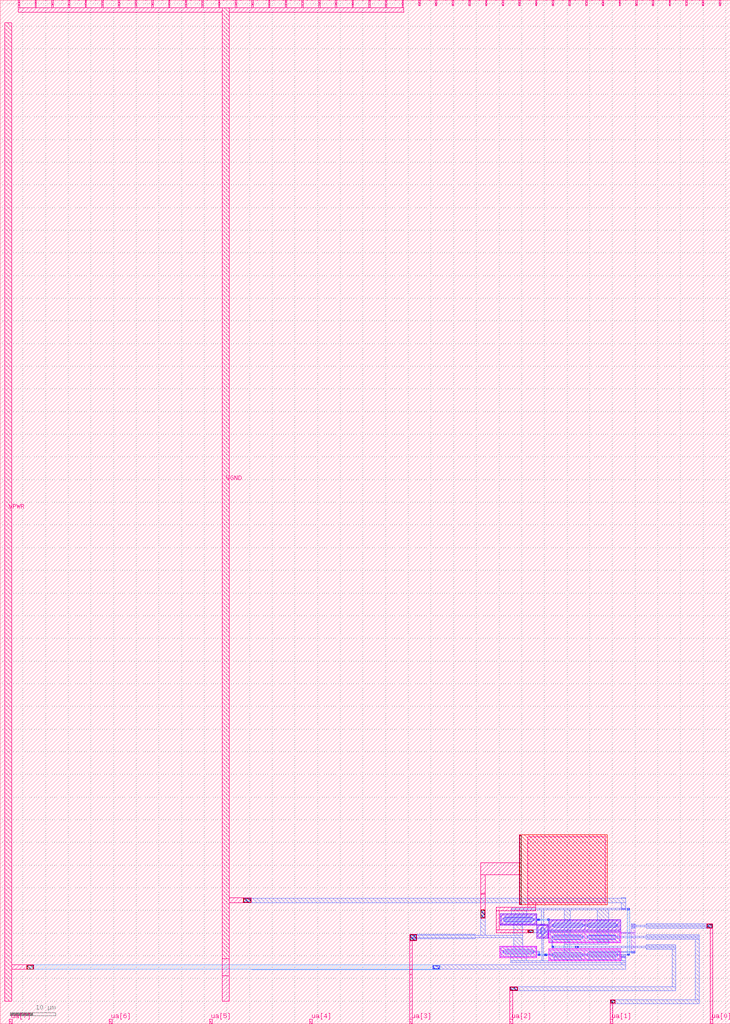
<source format=lef>
VERSION 5.7 ;
  NOWIREEXTENSIONATPIN ON ;
  DIVIDERCHAR "/" ;
  BUSBITCHARS "[]" ;
MACRO tt_um_dsatizabal_opamp
  CLASS BLOCK ;
  FOREIGN tt_um_dsatizabal_opamp ;
  ORIGIN 0.000 0.000 ;
  SIZE 161.000 BY 225.760 ;
  PIN clk
    DIRECTION INPUT ;
    USE SIGNAL ;
    PORT
      LAYER met4 ;
        RECT 154.870 224.760 155.170 225.760 ;
    END
  END clk
  PIN ena
    DIRECTION INPUT ;
    USE SIGNAL ;
    PORT
      LAYER met4 ;
        RECT 158.550 224.760 158.850 225.760 ;
    END
  END ena
  PIN rst_n
    DIRECTION INPUT ;
    USE SIGNAL ;
    PORT
      LAYER met4 ;
        RECT 151.190 224.760 151.490 225.760 ;
    END
  END rst_n
  PIN ua[0]
    DIRECTION INOUT ;
    USE SIGNAL ;
    ANTENNADIFFAREA 1.740000 ;
    PORT
      LAYER met4 ;
        RECT 156.560 0.000 157.160 1.000 ;
    END
  END ua[0]
  PIN ua[1]
    DIRECTION INOUT ;
    USE SIGNAL ;
    ANTENNAGATEAREA 3.600000 ;
    PORT
      LAYER met4 ;
        RECT 134.480 0.000 135.080 1.000 ;
    END
  END ua[1]
  PIN ua[2]
    DIRECTION INOUT ;
    USE SIGNAL ;
    ANTENNAGATEAREA 3.600000 ;
    PORT
      LAYER met4 ;
        RECT 112.400 0.000 113.000 1.000 ;
    END
  END ua[2]
  PIN ua[3]
    DIRECTION INOUT ;
    USE SIGNAL ;
    ANTENNADIFFAREA 3.480000 ;
    PORT
      LAYER met4 ;
        RECT 90.320 0.000 90.920 1.000 ;
    END
  END ua[3]
  PIN ua[4]
    DIRECTION INOUT ;
    USE SIGNAL ;
    PORT
      LAYER met4 ;
        RECT 68.240 0.000 68.840 1.000 ;
    END
  END ua[4]
  PIN ua[5]
    DIRECTION INOUT ;
    USE SIGNAL ;
    PORT
      LAYER met4 ;
        RECT 46.160 0.000 46.760 1.000 ;
    END
  END ua[5]
  PIN ua[6]
    DIRECTION INOUT ;
    USE SIGNAL ;
    PORT
      LAYER met4 ;
        RECT 24.080 0.000 24.680 1.000 ;
    END
  END ua[6]
  PIN ua[7]
    DIRECTION INOUT ;
    USE SIGNAL ;
    PORT
      LAYER met4 ;
        RECT 2.000 0.000 2.600 1.000 ;
    END
  END ua[7]
  PIN ui_in[0]
    DIRECTION INPUT ;
    USE SIGNAL ;
    PORT
      LAYER met4 ;
        RECT 147.510 224.760 147.810 225.760 ;
    END
  END ui_in[0]
  PIN ui_in[1]
    DIRECTION INPUT ;
    USE SIGNAL ;
    PORT
      LAYER met4 ;
        RECT 143.830 224.760 144.130 225.760 ;
    END
  END ui_in[1]
  PIN ui_in[2]
    DIRECTION INPUT ;
    USE SIGNAL ;
    PORT
      LAYER met4 ;
        RECT 140.150 224.760 140.450 225.760 ;
    END
  END ui_in[2]
  PIN ui_in[3]
    DIRECTION INPUT ;
    USE SIGNAL ;
    PORT
      LAYER met4 ;
        RECT 136.470 224.760 136.770 225.760 ;
    END
  END ui_in[3]
  PIN ui_in[4]
    DIRECTION INPUT ;
    USE SIGNAL ;
    PORT
      LAYER met4 ;
        RECT 132.790 224.760 133.090 225.760 ;
    END
  END ui_in[4]
  PIN ui_in[5]
    DIRECTION INPUT ;
    USE SIGNAL ;
    PORT
      LAYER met4 ;
        RECT 129.110 224.760 129.410 225.760 ;
    END
  END ui_in[5]
  PIN ui_in[6]
    DIRECTION INPUT ;
    USE SIGNAL ;
    PORT
      LAYER met4 ;
        RECT 125.430 224.760 125.730 225.760 ;
    END
  END ui_in[6]
  PIN ui_in[7]
    DIRECTION INPUT ;
    USE SIGNAL ;
    PORT
      LAYER met4 ;
        RECT 121.750 224.760 122.050 225.760 ;
    END
  END ui_in[7]
  PIN uio_in[0]
    DIRECTION INPUT ;
    USE SIGNAL ;
    PORT
      LAYER met4 ;
        RECT 118.070 224.760 118.370 225.760 ;
    END
  END uio_in[0]
  PIN uio_in[1]
    DIRECTION INPUT ;
    USE SIGNAL ;
    PORT
      LAYER met4 ;
        RECT 114.390 224.760 114.690 225.760 ;
    END
  END uio_in[1]
  PIN uio_in[2]
    DIRECTION INPUT ;
    USE SIGNAL ;
    PORT
      LAYER met4 ;
        RECT 110.710 224.760 111.010 225.760 ;
    END
  END uio_in[2]
  PIN uio_in[3]
    DIRECTION INPUT ;
    USE SIGNAL ;
    PORT
      LAYER met4 ;
        RECT 107.030 224.760 107.330 225.760 ;
    END
  END uio_in[3]
  PIN uio_in[4]
    DIRECTION INPUT ;
    USE SIGNAL ;
    PORT
      LAYER met4 ;
        RECT 103.350 224.760 103.650 225.760 ;
    END
  END uio_in[4]
  PIN uio_in[5]
    DIRECTION INPUT ;
    USE SIGNAL ;
    PORT
      LAYER met4 ;
        RECT 99.670 224.760 99.970 225.760 ;
    END
  END uio_in[5]
  PIN uio_in[6]
    DIRECTION INPUT ;
    USE SIGNAL ;
    PORT
      LAYER met4 ;
        RECT 95.990 224.760 96.290 225.760 ;
    END
  END uio_in[6]
  PIN uio_in[7]
    DIRECTION INPUT ;
    USE SIGNAL ;
    PORT
      LAYER met4 ;
        RECT 92.310 224.760 92.610 225.760 ;
    END
  END uio_in[7]
  PIN uio_oe[0]
    DIRECTION OUTPUT ;
    USE SIGNAL ;
    ANTENNAGATEAREA 10.800000 ;
    ANTENNADIFFAREA 16.202000 ;
    PORT
      LAYER met4 ;
        RECT 29.750 224.760 30.050 225.760 ;
    END
  END uio_oe[0]
  PIN uio_oe[1]
    DIRECTION OUTPUT ;
    USE SIGNAL ;
    ANTENNAGATEAREA 10.800000 ;
    ANTENNADIFFAREA 16.202000 ;
    PORT
      LAYER met4 ;
        RECT 26.070 224.760 26.370 225.760 ;
    END
  END uio_oe[1]
  PIN uio_oe[2]
    DIRECTION OUTPUT ;
    USE SIGNAL ;
    ANTENNAGATEAREA 10.800000 ;
    ANTENNADIFFAREA 16.202000 ;
    PORT
      LAYER met4 ;
        RECT 22.390 224.760 22.690 225.760 ;
    END
  END uio_oe[2]
  PIN uio_oe[3]
    DIRECTION OUTPUT ;
    USE SIGNAL ;
    ANTENNAGATEAREA 10.800000 ;
    ANTENNADIFFAREA 16.202000 ;
    PORT
      LAYER met4 ;
        RECT 18.710 224.760 19.010 225.760 ;
    END
  END uio_oe[3]
  PIN uio_oe[4]
    DIRECTION OUTPUT ;
    USE SIGNAL ;
    ANTENNAGATEAREA 10.800000 ;
    ANTENNADIFFAREA 16.202000 ;
    PORT
      LAYER met4 ;
        RECT 15.030 224.760 15.330 225.760 ;
    END
  END uio_oe[4]
  PIN uio_oe[5]
    DIRECTION OUTPUT ;
    USE SIGNAL ;
    ANTENNAGATEAREA 10.800000 ;
    ANTENNADIFFAREA 16.202000 ;
    PORT
      LAYER met4 ;
        RECT 11.350 224.760 11.650 225.760 ;
    END
  END uio_oe[5]
  PIN uio_oe[6]
    DIRECTION OUTPUT ;
    USE SIGNAL ;
    ANTENNAGATEAREA 10.800000 ;
    ANTENNADIFFAREA 16.202000 ;
    PORT
      LAYER met4 ;
        RECT 7.670 224.760 7.970 225.760 ;
    END
  END uio_oe[6]
  PIN uio_oe[7]
    DIRECTION OUTPUT ;
    USE SIGNAL ;
    ANTENNAGATEAREA 10.800000 ;
    ANTENNADIFFAREA 16.202000 ;
    PORT
      LAYER met4 ;
        RECT 3.990 224.760 4.290 225.760 ;
    END
  END uio_oe[7]
  PIN uio_out[0]
    DIRECTION OUTPUT ;
    USE SIGNAL ;
    ANTENNAGATEAREA 10.800000 ;
    ANTENNADIFFAREA 16.202000 ;
    PORT
      LAYER met4 ;
        RECT 59.190 224.760 59.490 225.760 ;
    END
  END uio_out[0]
  PIN uio_out[1]
    DIRECTION OUTPUT ;
    USE SIGNAL ;
    ANTENNAGATEAREA 10.800000 ;
    ANTENNADIFFAREA 16.202000 ;
    PORT
      LAYER met4 ;
        RECT 55.510 224.760 55.810 225.760 ;
    END
  END uio_out[1]
  PIN uio_out[2]
    DIRECTION OUTPUT ;
    USE SIGNAL ;
    ANTENNAGATEAREA 10.800000 ;
    ANTENNADIFFAREA 16.202000 ;
    PORT
      LAYER met4 ;
        RECT 51.830 224.760 52.130 225.760 ;
    END
  END uio_out[2]
  PIN uio_out[3]
    DIRECTION OUTPUT ;
    USE SIGNAL ;
    ANTENNAGATEAREA 10.800000 ;
    ANTENNADIFFAREA 16.202000 ;
    PORT
      LAYER met4 ;
        RECT 48.150 224.760 48.450 225.760 ;
    END
  END uio_out[3]
  PIN uio_out[4]
    DIRECTION OUTPUT ;
    USE SIGNAL ;
    ANTENNAGATEAREA 10.800000 ;
    ANTENNADIFFAREA 16.202000 ;
    PORT
      LAYER met4 ;
        RECT 44.470 224.760 44.770 225.760 ;
    END
  END uio_out[4]
  PIN uio_out[5]
    DIRECTION OUTPUT ;
    USE SIGNAL ;
    ANTENNAGATEAREA 10.800000 ;
    ANTENNADIFFAREA 16.202000 ;
    PORT
      LAYER met4 ;
        RECT 40.790 224.760 41.090 225.760 ;
    END
  END uio_out[5]
  PIN uio_out[6]
    DIRECTION OUTPUT ;
    USE SIGNAL ;
    ANTENNAGATEAREA 10.800000 ;
    ANTENNADIFFAREA 16.202000 ;
    PORT
      LAYER met4 ;
        RECT 37.110 224.760 37.410 225.760 ;
    END
  END uio_out[6]
  PIN uio_out[7]
    DIRECTION OUTPUT ;
    USE SIGNAL ;
    ANTENNAGATEAREA 10.800000 ;
    ANTENNADIFFAREA 16.202000 ;
    PORT
      LAYER met4 ;
        RECT 33.430 224.760 33.730 225.760 ;
    END
  END uio_out[7]
  PIN uo_out[0]
    DIRECTION OUTPUT ;
    USE SIGNAL ;
    ANTENNAGATEAREA 10.800000 ;
    ANTENNADIFFAREA 16.202000 ;
    PORT
      LAYER met4 ;
        RECT 88.630 224.760 88.930 225.760 ;
    END
  END uo_out[0]
  PIN uo_out[1]
    DIRECTION OUTPUT ;
    USE SIGNAL ;
    ANTENNAGATEAREA 10.800000 ;
    ANTENNADIFFAREA 16.202000 ;
    PORT
      LAYER met4 ;
        RECT 84.950 224.760 85.250 225.760 ;
    END
  END uo_out[1]
  PIN uo_out[2]
    DIRECTION OUTPUT ;
    USE SIGNAL ;
    ANTENNAGATEAREA 10.800000 ;
    ANTENNADIFFAREA 16.202000 ;
    PORT
      LAYER met4 ;
        RECT 81.270 224.760 81.570 225.760 ;
    END
  END uo_out[2]
  PIN uo_out[3]
    DIRECTION OUTPUT ;
    USE SIGNAL ;
    ANTENNAGATEAREA 10.800000 ;
    ANTENNADIFFAREA 16.202000 ;
    PORT
      LAYER met4 ;
        RECT 77.590 224.760 77.890 225.760 ;
    END
  END uo_out[3]
  PIN uo_out[4]
    DIRECTION OUTPUT ;
    USE SIGNAL ;
    ANTENNAGATEAREA 10.800000 ;
    ANTENNADIFFAREA 16.202000 ;
    PORT
      LAYER met4 ;
        RECT 73.910 224.760 74.210 225.760 ;
    END
  END uo_out[4]
  PIN uo_out[5]
    DIRECTION OUTPUT ;
    USE SIGNAL ;
    ANTENNAGATEAREA 10.800000 ;
    ANTENNADIFFAREA 16.202000 ;
    PORT
      LAYER met4 ;
        RECT 70.230 224.760 70.530 225.760 ;
    END
  END uo_out[5]
  PIN uo_out[6]
    DIRECTION OUTPUT ;
    USE SIGNAL ;
    ANTENNAGATEAREA 10.800000 ;
    ANTENNADIFFAREA 16.202000 ;
    PORT
      LAYER met4 ;
        RECT 66.550 224.760 66.850 225.760 ;
    END
  END uo_out[6]
  PIN uo_out[7]
    DIRECTION OUTPUT ;
    USE SIGNAL ;
    ANTENNAGATEAREA 10.800000 ;
    ANTENNADIFFAREA 16.202000 ;
    PORT
      LAYER met4 ;
        RECT 62.870 224.760 63.170 225.760 ;
    END
  END uo_out[7]
  PIN VPWR
    DIRECTION INOUT ;
    USE POWER ;
    PORT
      LAYER met4 ;
        RECT 1.000 5.000 2.500 220.760 ;
    END
  END VPWR
  PIN VGND
    USE GROUND ;
    PORT
      LAYER met4 ;
        RECT 49.000 14.360 50.500 224.120 ;
    END
  END VGND
  OBS
      LAYER pwell ;
        RECT 110.270 21.950 118.370 24.270 ;
        RECT 110.270 21.710 120.890 21.950 ;
        RECT 118.330 18.850 120.890 21.710 ;
        RECT 121.130 20.420 136.800 22.980 ;
      LAYER nwell ;
        RECT 121.010 17.840 136.860 20.400 ;
        RECT 110.180 14.580 118.370 17.140 ;
        RECT 121.010 13.930 136.860 16.490 ;
      LAYER li1 ;
        RECT 136.960 25.175 137.960 25.460 ;
        RECT 110.450 23.920 118.190 24.090 ;
        RECT 110.450 22.060 110.620 23.920 ;
        RECT 111.300 23.350 117.340 23.520 ;
        RECT 110.960 22.690 111.130 23.290 ;
        RECT 117.510 22.690 117.680 23.290 ;
        RECT 111.300 22.460 117.340 22.630 ;
        RECT 118.020 22.060 118.190 23.920 ;
        RECT 110.450 21.890 118.190 22.060 ;
        RECT 121.310 22.630 136.620 22.800 ;
        RECT 118.510 21.600 120.710 21.770 ;
        RECT 118.510 19.200 118.680 21.600 ;
        RECT 119.310 21.090 119.910 21.260 ;
        RECT 119.080 19.880 119.250 20.920 ;
        RECT 119.970 19.880 120.140 20.920 ;
        RECT 119.310 19.540 119.910 19.710 ;
        RECT 120.540 19.200 120.710 21.600 ;
        RECT 121.310 20.770 121.480 22.630 ;
        RECT 122.160 22.060 128.200 22.230 ;
        RECT 121.820 21.400 121.990 22.000 ;
        RECT 128.370 21.400 128.540 22.000 ;
        RECT 122.160 21.170 128.200 21.340 ;
        RECT 128.880 20.770 129.050 22.630 ;
        RECT 129.730 22.060 135.770 22.230 ;
        RECT 129.390 21.400 129.560 22.000 ;
        RECT 135.940 21.400 136.110 22.000 ;
        RECT 129.730 21.170 135.770 21.340 ;
        RECT 136.450 20.770 136.620 22.630 ;
        RECT 121.310 20.600 136.620 20.770 ;
        RECT 118.510 19.030 120.710 19.200 ;
        RECT 121.190 20.050 136.680 20.220 ;
        RECT 121.190 18.190 121.360 20.050 ;
        RECT 122.085 19.480 128.125 19.650 ;
        RECT 121.700 18.820 121.870 19.420 ;
        RECT 128.340 18.820 128.510 19.420 ;
        RECT 122.085 18.590 128.125 18.760 ;
        RECT 128.850 18.190 129.020 20.050 ;
        RECT 129.745 19.480 135.785 19.650 ;
        RECT 129.360 18.820 129.530 19.420 ;
        RECT 136.000 18.820 136.170 19.420 ;
        RECT 129.745 18.590 135.785 18.760 ;
        RECT 136.510 18.190 136.680 20.050 ;
        RECT 136.960 20.170 137.960 20.175 ;
        RECT 139.170 20.170 140.070 22.080 ;
        RECT 136.960 20.020 140.070 20.170 ;
        RECT 136.960 19.890 140.080 20.020 ;
        RECT 136.960 19.885 137.960 19.890 ;
        RECT 121.190 18.020 136.680 18.190 ;
        RECT 110.360 16.790 118.190 16.960 ;
        RECT 110.360 14.930 110.530 16.790 ;
        RECT 111.255 16.220 117.295 16.390 ;
        RECT 110.870 15.560 111.040 16.160 ;
        RECT 117.510 15.560 117.680 16.160 ;
        RECT 111.255 15.330 117.295 15.500 ;
        RECT 118.020 14.930 118.190 16.790 ;
        RECT 110.360 14.760 118.190 14.930 ;
        RECT 121.190 16.140 136.680 16.310 ;
        RECT 121.190 14.280 121.360 16.140 ;
        RECT 122.085 15.570 128.125 15.740 ;
        RECT 121.700 14.910 121.870 15.510 ;
        RECT 128.340 14.910 128.510 15.510 ;
        RECT 122.085 14.680 128.125 14.850 ;
        RECT 128.850 14.280 129.020 16.140 ;
        RECT 129.745 15.570 135.785 15.740 ;
        RECT 129.360 14.910 129.530 15.510 ;
        RECT 136.000 14.910 136.170 15.510 ;
        RECT 129.745 14.680 135.785 14.850 ;
        RECT 136.510 14.280 136.680 16.140 ;
        RECT 139.170 15.590 140.080 19.890 ;
        RECT 136.960 14.600 137.960 14.885 ;
        RECT 121.190 14.110 136.680 14.280 ;
      LAYER mcon ;
        RECT 137.030 25.230 137.900 25.400 ;
        RECT 113.140 23.920 115.700 24.090 ;
        RECT 111.380 23.350 117.260 23.520 ;
        RECT 110.960 22.770 111.130 23.210 ;
        RECT 117.510 22.770 117.680 23.210 ;
        RECT 111.380 22.460 117.260 22.630 ;
        RECT 124.520 22.630 125.570 22.800 ;
        RECT 132.050 22.630 133.600 22.800 ;
        RECT 119.380 21.600 119.850 21.770 ;
        RECT 119.390 21.090 119.830 21.260 ;
        RECT 119.080 19.960 119.250 20.840 ;
        RECT 119.970 19.960 120.140 20.840 ;
        RECT 119.390 19.540 119.830 19.710 ;
        RECT 122.240 22.060 128.120 22.230 ;
        RECT 121.820 21.480 121.990 21.920 ;
        RECT 128.370 21.480 128.540 21.920 ;
        RECT 122.240 21.170 128.120 21.340 ;
        RECT 129.810 22.060 135.690 22.230 ;
        RECT 129.390 21.480 129.560 21.920 ;
        RECT 135.940 21.480 136.110 21.920 ;
        RECT 129.810 21.170 135.690 21.340 ;
        RECT 139.340 21.280 139.890 21.880 ;
        RECT 122.165 19.480 128.045 19.650 ;
        RECT 121.700 18.900 121.870 19.340 ;
        RECT 128.340 18.900 128.510 19.340 ;
        RECT 122.165 18.590 128.045 18.760 ;
        RECT 129.825 19.480 135.705 19.650 ;
        RECT 129.360 18.900 129.530 19.340 ;
        RECT 136.000 18.900 136.170 19.340 ;
        RECT 129.825 18.590 135.705 18.760 ;
        RECT 124.620 18.020 125.500 18.190 ;
        RECT 131.890 18.020 133.920 18.190 ;
        RECT 111.335 16.220 117.215 16.390 ;
        RECT 110.870 15.640 111.040 16.080 ;
        RECT 117.510 15.640 117.680 16.080 ;
        RECT 111.335 15.330 117.215 15.500 ;
        RECT 113.190 14.760 115.570 14.930 ;
        RECT 122.165 15.570 128.045 15.740 ;
        RECT 121.700 14.990 121.870 15.430 ;
        RECT 128.340 14.990 128.510 15.430 ;
        RECT 122.165 14.680 128.045 14.850 ;
        RECT 129.825 15.570 135.705 15.740 ;
        RECT 129.360 14.990 129.530 15.430 ;
        RECT 136.000 14.990 136.170 15.430 ;
        RECT 129.825 14.680 135.705 14.850 ;
        RECT 139.230 15.660 140.010 15.940 ;
        RECT 137.030 14.650 137.850 14.830 ;
        RECT 124.220 14.110 126.150 14.280 ;
        RECT 131.890 14.110 133.910 14.280 ;
      LAYER met1 ;
        RECT 136.970 27.730 137.970 27.740 ;
        RECT 53.580 26.710 137.970 27.730 ;
        RECT 136.970 25.480 137.970 26.710 ;
        RECT 116.130 25.470 118.140 25.480 ;
        RECT 136.970 25.470 138.780 25.480 ;
        RECT 116.130 25.460 138.780 25.470 ;
        RECT 112.650 25.180 138.780 25.460 ;
        RECT 112.650 25.170 119.910 25.180 ;
        RECT 90.320 19.520 104.720 19.730 ;
        RECT 105.950 19.520 106.970 25.090 ;
        RECT 112.650 23.550 116.160 25.170 ;
        RECT 111.320 23.320 117.320 23.550 ;
        RECT 110.930 23.070 111.160 23.270 ;
        RECT 117.480 23.070 117.710 23.270 ;
        RECT 118.460 23.070 119.000 23.160 ;
        RECT 110.930 22.860 119.000 23.070 ;
        RECT 110.930 22.710 111.160 22.860 ;
        RECT 117.440 22.850 119.000 22.860 ;
        RECT 117.480 22.710 117.710 22.850 ;
        RECT 118.460 22.740 119.000 22.850 ;
        RECT 111.320 22.430 117.320 22.660 ;
        RECT 113.230 19.520 115.240 22.430 ;
        RECT 119.270 21.820 119.910 25.170 ;
        RECT 120.700 22.770 121.130 23.170 ;
        RECT 119.260 21.560 119.910 21.820 ;
        RECT 119.330 21.060 119.890 21.290 ;
        RECT 119.050 20.750 119.280 20.900 ;
        RECT 116.350 20.080 119.280 20.750 ;
        RECT 119.050 19.900 119.280 20.080 ;
        RECT 119.450 19.740 119.730 21.060 ;
        RECT 119.940 20.590 120.170 20.900 ;
        RECT 120.890 20.590 121.130 22.770 ;
        RECT 124.420 22.260 125.670 25.180 ;
        RECT 131.660 22.260 134.160 25.180 ;
        RECT 136.970 25.170 138.780 25.180 ;
        RECT 138.310 25.070 138.780 25.170 ;
        RECT 122.180 22.030 128.180 22.260 ;
        RECT 129.750 22.030 135.750 22.260 ;
        RECT 121.790 21.850 122.020 21.980 ;
        RECT 128.340 21.850 128.570 21.980 ;
        RECT 129.360 21.850 129.590 21.980 ;
        RECT 135.910 21.850 136.140 21.980 ;
        RECT 121.790 21.600 136.140 21.850 ;
        RECT 121.790 21.420 122.020 21.600 ;
        RECT 128.340 21.420 128.570 21.600 ;
        RECT 129.360 21.420 129.590 21.600 ;
        RECT 131.660 21.370 134.160 21.600 ;
        RECT 135.910 21.420 136.140 21.600 ;
        RECT 139.170 21.740 140.090 22.080 ;
        RECT 142.470 21.740 157.150 22.080 ;
        RECT 139.170 21.420 157.150 21.740 ;
        RECT 122.180 21.140 128.180 21.370 ;
        RECT 129.750 21.140 135.750 21.370 ;
        RECT 124.420 20.590 125.660 21.140 ;
        RECT 119.940 20.220 125.660 20.590 ;
        RECT 119.940 19.900 120.170 20.220 ;
        RECT 90.320 18.960 115.240 19.520 ;
        RECT 119.330 19.510 119.890 19.740 ;
        RECT 124.420 19.680 125.660 20.220 ;
        RECT 131.660 19.680 134.160 21.140 ;
        RECT 139.170 21.080 140.090 21.420 ;
        RECT 142.470 21.080 157.150 21.420 ;
        RECT 90.320 18.730 104.720 18.960 ;
        RECT 90.320 18.290 91.850 18.730 ;
        RECT 113.230 16.420 115.240 18.960 ;
        RECT 111.275 16.190 117.275 16.420 ;
        RECT 110.840 15.980 111.070 16.140 ;
        RECT 117.480 15.980 117.710 16.140 ;
        RECT 110.840 15.750 118.940 15.980 ;
        RECT 110.840 15.580 111.070 15.750 ;
        RECT 117.480 15.580 117.710 15.750 ;
        RECT 111.275 15.300 117.275 15.530 ;
        RECT 118.760 15.390 118.940 15.750 ;
        RECT 112.600 13.860 116.080 15.300 ;
        RECT 118.580 15.020 119.070 15.390 ;
        RECT 119.450 13.860 119.730 19.510 ;
        RECT 122.105 19.450 128.105 19.680 ;
        RECT 129.765 19.450 135.765 19.680 ;
        RECT 121.680 19.400 121.880 19.420 ;
        RECT 121.670 19.240 121.900 19.400 ;
        RECT 128.310 19.240 128.540 19.400 ;
        RECT 121.670 19.030 128.540 19.240 ;
        RECT 121.670 18.840 121.900 19.030 ;
        RECT 128.310 18.840 128.540 19.030 ;
        RECT 129.330 19.310 129.560 19.400 ;
        RECT 135.970 19.310 136.200 19.400 ;
        RECT 129.330 19.300 136.200 19.310 ;
        RECT 142.460 19.300 154.190 19.590 ;
        RECT 129.330 18.930 154.190 19.300 ;
        RECT 129.330 18.840 129.560 18.930 ;
        RECT 135.970 18.840 136.200 18.930 ;
        RECT 121.680 17.080 121.880 18.840 ;
        RECT 122.105 18.560 128.105 18.790 ;
        RECT 129.765 18.560 135.765 18.790 ;
        RECT 142.460 18.590 154.190 18.930 ;
        RECT 124.430 17.840 125.650 18.560 ;
        RECT 131.680 17.840 134.160 18.560 ;
        RECT 124.430 17.520 134.160 17.840 ;
        RECT 121.680 16.740 122.090 17.080 ;
        RECT 124.430 15.770 125.650 17.520 ;
        RECT 142.480 17.080 149.020 17.400 ;
        RECT 126.820 16.740 149.020 17.080 ;
        RECT 142.480 16.400 149.020 16.740 ;
        RECT 139.170 15.900 140.080 16.020 ;
        RECT 129.820 15.770 140.080 15.900 ;
        RECT 122.105 15.540 128.105 15.770 ;
        RECT 129.765 15.740 140.080 15.770 ;
        RECT 129.765 15.540 135.765 15.740 ;
        RECT 139.170 15.590 140.080 15.740 ;
        RECT 120.040 15.300 120.620 15.390 ;
        RECT 121.670 15.300 121.900 15.490 ;
        RECT 128.310 15.300 128.540 15.490 ;
        RECT 129.330 15.300 129.560 15.490 ;
        RECT 135.970 15.300 136.200 15.490 ;
        RECT 138.310 15.300 138.780 15.420 ;
        RECT 120.040 15.090 138.780 15.300 ;
        RECT 120.040 15.080 121.910 15.090 ;
        RECT 120.040 15.010 120.620 15.080 ;
        RECT 121.670 14.930 121.900 15.080 ;
        RECT 128.310 14.930 128.540 15.090 ;
        RECT 129.330 14.930 129.560 15.090 ;
        RECT 135.970 14.930 136.200 15.090 ;
        RECT 122.105 14.650 128.105 14.880 ;
        RECT 129.765 14.650 135.765 14.880 ;
        RECT 122.130 13.900 128.090 14.650 ;
        RECT 122.120 13.860 128.090 13.900 ;
        RECT 129.800 13.860 135.730 14.650 ;
        RECT 136.960 13.860 137.970 14.890 ;
        RECT 112.600 13.430 137.970 13.860 ;
        RECT 115.930 13.420 137.970 13.430 ;
        RECT 136.960 13.000 137.970 13.420 ;
        RECT 95.380 11.980 137.970 13.000 ;
        RECT 148.260 8.120 149.020 16.400 ;
        RECT 112.390 7.310 149.020 8.120 ;
        RECT 153.280 5.240 154.190 18.590 ;
        RECT 134.480 4.460 154.190 5.240 ;
      LAYER via ;
        RECT 53.690 26.830 55.260 27.580 ;
        RECT 106.020 23.360 106.880 25.000 ;
        RECT 90.460 18.420 91.720 19.590 ;
        RECT 118.520 22.800 118.950 23.100 ;
        RECT 120.740 22.820 121.080 23.120 ;
        RECT 116.410 20.140 117.500 20.670 ;
        RECT 138.340 25.110 138.740 25.430 ;
        RECT 155.920 21.190 157.050 21.950 ;
        RECT 118.610 15.070 119.030 15.340 ;
        RECT 121.710 16.780 122.050 17.050 ;
        RECT 126.860 16.760 127.520 17.060 ;
        RECT 120.080 15.050 120.580 15.340 ;
        RECT 138.340 15.120 138.740 15.380 ;
        RECT 95.550 12.150 96.810 12.810 ;
        RECT 112.530 7.410 113.970 8.030 ;
        RECT 134.600 4.590 135.510 5.130 ;
      LAYER met2 ;
        RECT 53.570 26.700 55.390 27.740 ;
        RECT 105.930 23.250 106.970 25.090 ;
        RECT 118.460 23.080 119.000 23.160 ;
        RECT 120.700 23.080 121.130 23.170 ;
        RECT 118.460 22.850 121.130 23.080 ;
        RECT 118.460 22.740 119.000 22.850 ;
        RECT 120.700 22.770 121.130 22.850 ;
        RECT 116.350 20.080 117.580 20.750 ;
        RECT 90.320 18.280 91.860 19.740 ;
        RECT 121.680 16.740 127.590 17.080 ;
        RECT 118.580 15.300 119.070 15.390 ;
        RECT 120.040 15.300 120.620 15.390 ;
        RECT 118.580 15.080 120.620 15.300 ;
        RECT 138.310 15.090 138.780 25.480 ;
        RECT 155.770 21.080 157.160 22.080 ;
        RECT 118.580 15.020 119.070 15.080 ;
        RECT 120.040 15.010 120.620 15.080 ;
        RECT 5.810 13.000 56.270 13.040 ;
        RECT 5.810 11.970 96.990 13.000 ;
        RECT 55.460 11.960 96.990 11.970 ;
        RECT 112.390 7.310 114.080 8.120 ;
        RECT 134.480 4.460 135.610 5.240 ;
      LAYER via2 ;
        RECT 53.690 26.830 55.260 27.580 ;
        RECT 106.020 23.360 106.880 25.000 ;
        RECT 116.410 20.140 117.500 20.670 ;
        RECT 90.460 18.420 91.720 19.590 ;
        RECT 155.920 21.190 157.050 21.950 ;
        RECT 5.920 12.070 7.290 12.910 ;
        RECT 112.530 7.410 113.970 8.030 ;
        RECT 134.600 4.590 135.510 5.130 ;
      LAYER met3 ;
        RECT 53.570 26.700 55.390 27.740 ;
        RECT 114.440 26.240 133.850 41.640 ;
        RECT 105.930 23.250 106.970 25.090 ;
        RECT 155.770 21.080 157.160 22.080 ;
        RECT 116.350 20.080 117.580 20.750 ;
        RECT 90.320 18.280 91.860 19.740 ;
        RECT 5.810 11.970 7.390 13.040 ;
        RECT 112.390 7.310 114.080 8.120 ;
        RECT 134.480 4.460 135.610 5.240 ;
      LAYER via3 ;
        RECT 53.690 26.830 55.260 27.580 ;
        RECT 114.540 26.380 114.860 41.500 ;
        RECT 106.020 23.360 106.880 25.000 ;
        RECT 155.920 21.190 157.050 21.950 ;
        RECT 116.410 20.140 117.500 20.670 ;
        RECT 90.460 18.420 91.720 19.590 ;
        RECT 5.920 12.070 7.290 12.910 ;
        RECT 112.530 7.410 113.970 8.030 ;
        RECT 134.600 4.590 135.510 5.130 ;
      LAYER met4 ;
        RECT 3.990 224.120 4.290 224.760 ;
        RECT 7.670 224.120 7.970 224.760 ;
        RECT 11.350 224.120 11.650 224.760 ;
        RECT 15.030 224.120 15.330 224.760 ;
        RECT 18.710 224.120 19.010 224.760 ;
        RECT 22.390 224.120 22.690 224.760 ;
        RECT 26.070 224.120 26.370 224.760 ;
        RECT 29.750 224.120 30.050 224.760 ;
        RECT 33.430 224.120 33.730 224.760 ;
        RECT 37.110 224.120 37.410 224.760 ;
        RECT 40.790 224.120 41.090 224.760 ;
        RECT 44.470 224.120 44.770 224.760 ;
        RECT 48.150 224.120 48.450 224.760 ;
        RECT 51.830 224.120 52.130 224.760 ;
        RECT 55.510 224.120 55.810 224.760 ;
        RECT 59.190 224.120 59.490 224.760 ;
        RECT 62.870 224.120 63.170 224.760 ;
        RECT 66.550 224.120 66.850 224.760 ;
        RECT 70.230 224.120 70.530 224.760 ;
        RECT 73.910 224.120 74.210 224.760 ;
        RECT 77.590 224.120 77.890 224.760 ;
        RECT 81.270 224.120 81.570 224.760 ;
        RECT 84.950 224.120 85.250 224.760 ;
        RECT 88.630 224.120 88.930 224.760 ;
        RECT 92.310 224.510 92.610 224.760 ;
        RECT 95.990 224.510 96.290 224.760 ;
        RECT 99.670 224.510 99.970 224.760 ;
        RECT 103.350 224.510 103.650 224.760 ;
        RECT 107.030 224.510 107.330 224.760 ;
        RECT 110.710 224.510 111.010 224.760 ;
        RECT 114.390 224.510 114.690 224.760 ;
        RECT 118.070 224.510 118.370 224.760 ;
        RECT 121.750 224.510 122.050 224.760 ;
        RECT 125.430 224.510 125.730 224.760 ;
        RECT 129.110 224.510 129.410 224.760 ;
        RECT 132.790 224.510 133.090 224.760 ;
        RECT 136.470 224.510 136.770 224.760 ;
        RECT 140.150 224.510 140.450 224.760 ;
        RECT 143.830 224.510 144.130 224.760 ;
        RECT 147.510 224.510 147.810 224.760 ;
        RECT 151.190 224.510 151.490 224.760 ;
        RECT 154.870 224.510 155.170 224.760 ;
        RECT 158.550 224.510 158.850 224.760 ;
        RECT 3.990 223.090 49.000 224.120 ;
        RECT 50.500 223.090 88.940 224.120 ;
        RECT 114.460 35.460 114.940 41.580 ;
        RECT 105.940 32.900 114.950 35.460 ;
        RECT 105.950 28.770 106.970 32.900 ;
        RECT 105.940 28.530 106.970 28.770 ;
        RECT 50.500 26.710 55.390 27.740 ;
        RECT 105.940 23.260 106.950 28.530 ;
        RECT 114.460 26.300 114.940 32.900 ;
        RECT 116.295 26.635 133.455 41.245 ;
        RECT 116.300 25.680 118.140 26.635 ;
        RECT 109.360 24.940 118.140 25.680 ;
        RECT 109.360 20.760 110.070 24.940 ;
        RECT 155.770 21.080 157.160 22.080 ;
        RECT 109.360 20.090 117.580 20.760 ;
        RECT 90.320 18.290 91.850 19.730 ;
        RECT 2.500 11.970 7.390 13.040 ;
        RECT 2.500 11.960 2.510 11.970 ;
        RECT 49.000 10.630 50.490 14.360 ;
        RECT 90.320 12.040 90.920 18.290 ;
        RECT 90.310 10.820 90.920 12.040 ;
        RECT 49.000 5.000 50.500 10.630 ;
        RECT 90.320 1.000 90.920 10.820 ;
        RECT 112.390 7.310 114.080 8.120 ;
        RECT 112.390 1.000 113.010 7.310 ;
        RECT 134.480 4.460 135.610 5.240 ;
        RECT 134.480 1.000 135.080 4.460 ;
        RECT 156.550 1.000 157.150 21.080 ;
        RECT 112.390 0.890 112.400 1.000 ;
        RECT 113.000 0.890 113.010 1.000 ;
        RECT 156.550 0.880 156.560 1.000 ;
  END
END tt_um_dsatizabal_opamp
END LIBRARY


</source>
